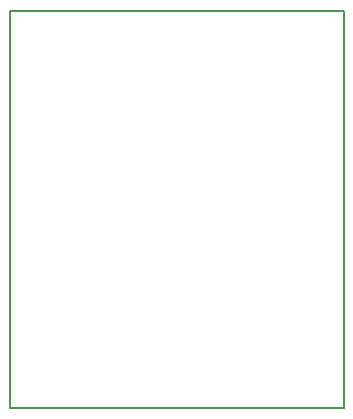
<source format=gm1>
G04 MADE WITH FRITZING*
G04 WWW.FRITZING.ORG*
G04 DOUBLE SIDED*
G04 HOLES PLATED*
G04 CONTOUR ON CENTER OF CONTOUR VECTOR*
%FSLAX26Y26*%
%MOIN*%
%ADD10R,1.122050X1.330710*%
%ADD11C,0.008000*%
%ADD10C,0.008*%
%G04CONTOUR*%
%FSLAX26Y26*%
%MOIN*%
D10*
D11*
X4000Y1326710D02*
X1118050Y1326710D01*
X1118050Y4000D01*
X4000Y4000D01*
X4000Y1326710D01*
D02*
G04 End of contour*
M02*
</source>
